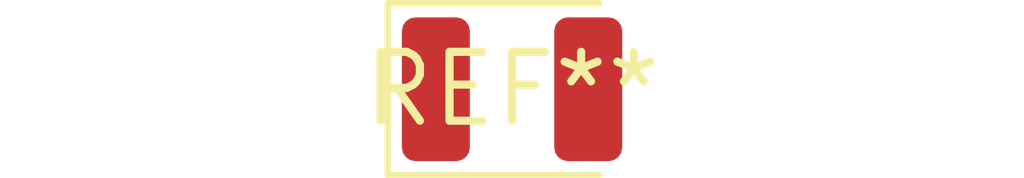
<source format=kicad_pcb>
(kicad_pcb (version 20240108) (generator pcbnew)
  (layers (0 "F.Cu" signal) (31 "B.Cu" signal) (34 "B.Paste" user) (35 "F.Paste" user) (36 "B.SilkS" user "B.Silkscreen") (37 "F.SilkS" user "F.Silkscreen") (38 "B.Mask" user) (39 "F.Mask" user) (44 "Edge.Cuts" user))
  (net 0 "")
  (footprint "D_1210_3225Metric" (layer "F.Cu") (at 0 0)
    (property "Reference" "REF**")
    (property "Value" "D_1210_3225Metric")
    (fp_line (start -2.285 -1.585) (end -2.285 1.585) (layer "F.SilkS") (stroke (width 0.12)))
    (fp_line (start -2.285 1.585) (end 1.6 1.585) (layer "F.SilkS") (stroke (width 0.12)))
    (fp_line (start 1.6 -1.585) (end -2.285 -1.585) (layer "F.SilkS") (stroke (width 0.12)))
    (pad "1" smd roundrect (at -1.4 0) (size 1.25 2.65) (layers "F.Cu" "F.Paste" "F.Mask") (roundrect_rratio 0.2))
    (pad "2" smd roundrect (at 1.4 0) (size 1.25 2.65) (layers "F.Cu" "F.Paste" "F.Mask") (roundrect_rratio 0.2))
  )
)
</source>
